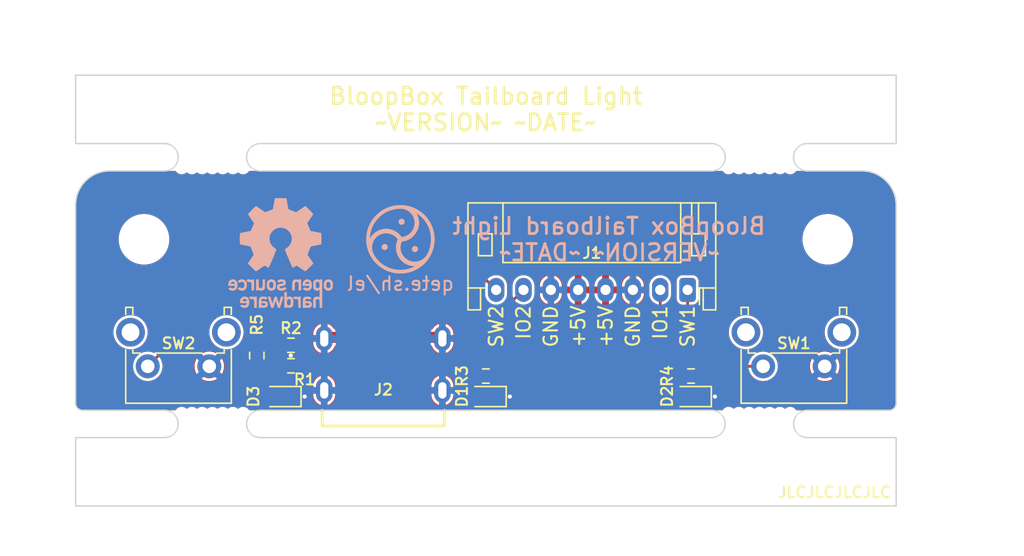
<source format=kicad_pcb>
(kicad_pcb (version 20240108) (generator "pcbnew") (generator_version "8.0")
  (title_block (title "BloopBox Tailboard Light") (date "${DATE}") (rev "${VERSION}") (company "Qetesh"))
  (layers (0 "F.Cu" signal) (31 "B.Cu" signal) (34 "B.Paste" user) (35 "F.Paste" user) (36 "B.SilkS" user "B.Silkscreen") (37 "F.SilkS" user "F.Silkscreen") (38 "B.Mask" user) (39 "F.Mask" user) (44 "Edge.Cuts" user))
  (property "DATE" "~DATE~")
  (property "VERSION" "~VERSION~")
  (net 0 "")
  (net 1 "/CC1")
  (net 2 "Net-(D1-A)")
  (net 3 "GND")
  (net 4 "/CC2")
  (net 5 "/Button1")
  (net 6 "/Button2")
  (net 7 "Net-(D2-A)")
  (net 8 "+5V")
  (net 9 "Net-(D3-A)")
  (net 10 "/IO1")
  (net 11 "/IO2")
  (footprint "LED_SMD:LED_0603_1608Metric" (layer "F.Cu") (at 130 89 180)
    (property "Reference" "D3" (at 2 0 90) (layer "F.SilkS") (effects (font (size 0.8 0.8))))
    (property "Value" "IO2")
    (pad "1" smd roundrect (at -0.7875 0 180) (size 0.875 0.95) (layers "F.Cu" "F.Paste" "F.Mask") (net 3 "GND"))
    (pad "2" smd roundrect (at 0.7875 0 180) (size 0.875 0.95) (layers "F.Cu" "F.Paste" "F.Mask") (net 9 "Net-(D3-A)"))
  )
  (footprint "Resistor_SMD:R_0603_1608Metric" (layer "F.Cu") (at 128.25 86 -90)
    (property "Reference" "R5" (at -2.25 0 -90) (layer "F.SilkS") (effects (font (size 0.8 0.8))))
    (property "Value" "680R")
    (pad "1" smd roundrect (at -0.825 0 270) (size 0.8 0.95) (layers "F.Cu" "F.Paste" "F.Mask") (net 11 "/IO2"))
    (pad "2" smd roundrect (at 0.825 0 270) (size 0.8 0.95) (layers "F.Cu" "F.Paste" "F.Mask") (net 9 "Net-(D3-A)"))
  )
  (footprint "Resistor_SMD:R_0603_1608Metric" (layer "F.Cu") (at 145 87.5 180)
    (property "Reference" "R3" (at 1.75 0 -90) (layer "F.SilkS") (effects (font (size 0.8 0.8))))
    (property "Value" "1k5")
    (pad "1" smd roundrect (at -0.825 0 180) (size 0.8 0.95) (layers "F.Cu" "F.Paste" "F.Mask") (net 8 "+5V"))
    (pad "2" smd roundrect (at 0.825 0 180) (size 0.8 0.95) (layers "F.Cu" "F.Paste" "F.Mask") (net 2 "Net-(D1-A)"))
  )
  (footprint "Resistor_SMD:R_0603_1608Metric" (layer "F.Cu") (at 130.75 86.75 180)
    (property "Reference" "R1" (at -1 -1 180) (layer "F.SilkS") (effects (font (size 0.8 0.8))))
    (property "Value" "5k1")
    (pad "1" smd roundrect (at -0.825 0 180) (size 0.8 0.95) (layers "F.Cu" "F.Paste" "F.Mask") (net 4 "/CC2"))
    (pad "2" smd roundrect (at 0.825 0 180) (size 0.8 0.95) (layers "F.Cu" "F.Paste" "F.Mask") (net 3 "GND"))
  )
  (footprint "Connector_JST:JST_PH_S8B-PH-K_1x08_P2.00mm_Horizontal" (layer "F.Cu") (at 159.75 81.2 180)
    (property "Reference" "J1" (at 7 2.7 180) (layer "F.SilkS") (effects (font (size 0.8 0.8))))
    (property "Value" "Mainboard")
    (pad "1" thru_hole roundrect (at 0 0 180) (size 1.2 1.75) (drill 0.75) (layers "*.Cu" "*.Mask") (roundrect_rratio 0.2083333333) (net 5 "/Button1"))
    (pad "2" thru_hole oval (at 2 0 180) (size 1.2 1.75) (drill 0.75) (layers "*.Cu" "*.Mask") (net 10 "/IO1"))
    (pad "3" thru_hole oval (at 4 0 180) (size 1.2 1.75) (drill 0.75) (layers "*.Cu" "*.Mask") (net 3 "GND"))
    (pad "4" thru_hole oval (at 6 0 180) (size 1.2 1.75) (drill 0.75) (layers "*.Cu" "*.Mask") (net 8 "+5V"))
    (pad "5" thru_hole oval (at 8 0 180) (size 1.2 1.75) (drill 0.75) (layers "*.Cu" "*.Mask") (net 8 "+5V"))
    (pad "6" thru_hole oval (at 10 0 180) (size 1.2 1.75) (drill 0.75) (layers "*.Cu" "*.Mask") (net 3 "GND"))
    (pad "7" thru_hole oval (at 12 0 180) (size 1.2 1.75) (drill 0.75) (layers "*.Cu" "*.Mask") (net 11 "/IO2"))
    (pad "8" thru_hole oval (at 14 0 180) (size 1.2 1.75) (drill 0.75) (layers "*.Cu" "*.Mask") (net 6 "/Button2"))
  )
  (footprint "LED_SMD:LED_0603_1608Metric" (layer "F.Cu") (at 145 89 180)
    (property "Reference" "D1" (at 1.75 0 90) (layer "F.SilkS") (effects (font (size 0.8 0.8))))
    (property "Value" "PWR")
    (pad "1" smd roundrect (at -0.7875 0 180) (size 0.875 0.95) (layers "F.Cu" "F.Paste" "F.Mask") (net 3 "GND"))
    (pad "2" smd roundrect (at 0.7875 0 180) (size 0.875 0.95) (layers "F.Cu" "F.Paste" "F.Mask") (net 2 "Net-(D1-A)"))
  )
  (footprint "My_Footprints:JLCPCB_Tooling_Hole" (layer "F.Cu") (at 172.5 94.5)
    (property "Reference" "REF**" (hide yes))
    (property "Value" "JLCPCB_Tooling_Hole")
    (pad "" np_thru_hole circle (at 0 0) (size 1.152 1.152) (drill 1.152) (layers "F&B.Cu" "*.Mask") (clearance 0.248))
  )
  (footprint "My_Footprints:JLCPCB_Tooling_Hole" (layer "F.Cu") (at 117.5 94.5)
    (property "Reference" "REF**" (hide yes))
    (property "Value" "JLCPCB_Tooling_Hole")
    (pad "" np_thru_hole circle (at 0 0) (size 1.152 1.152) (drill 1.152) (layers "F&B.Cu" "*.Mask") (clearance 0.248))
  )
  (footprint "Resistor_SMD:R_0603_1608Metric" (layer "F.Cu") (at 130.75 85.25 180)
    (property "Reference" "R2" (at 0 1.25 180) (layer "F.SilkS") (effects (font (size 0.8 0.8))))
    (property "Value" "5k1")
    (pad "1" smd roundrect (at -0.825 0 180) (size 0.8 0.95) (layers "F.Cu" "F.Paste" "F.Mask") (net 1 "/CC1"))
    (pad "2" smd roundrect (at 0.825 0 180) (size 0.8 0.95) (layers "F.Cu" "F.Paste" "F.Mask") (net 3 "GND"))
  )
  (footprint "Panelization:mouse-bite-2x5mm-slot-onesided" (layer "F.Cu") (at 165 91)
    (property "Reference" "mouse-bite-2mm-slot" (hide yes))
    (property "Value" "VAL**" (hide yes))
    (fp_arc (start -3.5 -1) (mid -2.5 0) (end -3.5 1) (stroke (width 0.1)) (layer "Edge.Cuts"))
    (fp_arc (start 3.5 1) (mid 2.5 0) (end 3.5 -1) (stroke (width 0.1)) (layer "Edge.Cuts"))
    (pad "" np_thru_hole circle (at -2.25 -0.75) (size 0.5 0.5) (drill 0.5) (layers "*.Cu" "*.Mask"))
    (pad "" np_thru_hole circle (at -1.5 -0.75) (size 0.5 0.5) (drill 0.5) (layers "*.Cu" "*.Mask"))
    (pad "" np_thru_hole circle (at -0.75 -0.75) (size 0.5 0.5) (drill 0.5) (layers "*.Cu" "*.Mask"))
    (pad "" np_thru_hole circle (at 0 -0.75) (size 0.5 0.5) (drill 0.5) (layers "*.Cu" "*.Mask"))
    (pad "" np_thru_hole circle (at 0.75 -0.75) (size 0.5 0.5) (drill 0.5) (layers "*.Cu" "*.Mask"))
    (pad "" np_thru_hole circle (at 1.5 -0.75) (size 0.5 0.5) (drill 0.5) (layers "*.Cu" "*.Mask"))
    (pad "" np_thru_hole circle (at 2.25 -0.75) (size 0.5 0.5) (drill 0.5) (layers "*.Cu" "*.Mask"))
  )
  (footprint "Resistor_SMD:R_0603_1608Metric" (layer "F.Cu") (at 160 87.5 180)
    (property "Reference" "R4" (at 1.75 0 -90) (layer "F.SilkS") (effects (font (size 0.8 0.8))))
    (property "Value" "680R")
    (pad "1" smd roundrect (at -0.825 0 180) (size 0.8 0.95) (layers "F.Cu" "F.Paste" "F.Mask") (net 10 "/IO1"))
    (pad "2" smd roundrect (at 0.825 0 180) (size 0.8 0.95) (layers "F.Cu" "F.Paste" "F.Mask") (net 7 "Net-(D2-A)"))
  )
  (footprint "Panelization:mouse-bite-2x5mm-slot-onesided" (layer "F.Cu") (at 165 71.5 180)
    (property "Reference" "mouse-bite-2mm-slot" (hide yes))
    (property "Value" "VAL**" (hide yes))
    (fp_arc (start 3.5 1) (mid 2.5 0) (end 3.5 -1) (stroke (width 0.1)) (layer "Edge.Cuts"))
    (fp_arc (start -3.5 -1) (mid -2.5 0) (end -3.5 1) (stroke (width 0.1)) (layer "Edge.Cuts"))
    (pad "" np_thru_hole circle (at -2.25 -0.75 180) (size 0.5 0.5) (drill 0.5) (layers "*.Cu" "*.Mask"))
    (pad "" np_thru_hole circle (at -1.5 -0.75 180) (size 0.5 0.5) (drill 0.5) (layers "*.Cu" "*.Mask"))
    (pad "" np_thru_hole circle (at -0.75 -0.75 180) (size 0.5 0.5) (drill 0.5) (layers "*.Cu" "*.Mask"))
    (pad "" np_thru_hole circle (at 0 -0.75 180) (size 0.5 0.5) (drill 0.5) (layers "*.Cu" "*.Mask"))
    (pad "" np_thru_hole circle (at 0.75 -0.75 180) (size 0.5 0.5) (drill 0.5) (layers "*.Cu" "*.Mask"))
    (pad "" np_thru_hole circle (at 1.5 -0.75 180) (size 0.5 0.5) (drill 0.5) (layers "*.Cu" "*.Mask"))
    (pad "" np_thru_hole circle (at 2.25 -0.75 180) (size 0.5 0.5) (drill 0.5) (layers "*.Cu" "*.Mask"))
  )
  (footprint "MountingHole:MountingHole_3.2mm_M3" (layer "F.Cu") (at 170 77.5)
    (property "Reference" "H2" (hide yes))
    (property "Value" "MountingHole")
    (pad "" np_thru_hole circle (at 0 0) (size 3.2 3.2) (drill 3.2) (layers "*.Cu" "*.Mask"))
  )
  (footprint "Panelization:mouse-bite-2x5mm-slot-onesided" (layer "F.Cu") (at 125 91)
    (property "Reference" "mouse-bite-2mm-slot" (hide yes))
    (property "Value" "VAL**" (hide yes))
    (fp_arc (start -3.5 -1) (mid -2.5 0) (end -3.5 1) (stroke (width 0.1)) (layer "Edge.Cuts"))
    (fp_arc (start 3.5 1) (mid 2.5 0) (end 3.5 -1) (stroke (width 0.1)) (layer "Edge.Cuts"))
    (pad "" np_thru_hole circle (at -2.25 -0.75) (size 0.5 0.5) (drill 0.5) (layers "*.Cu" "*.Mask"))
    (pad "" np_thru_hole circle (at -1.5 -0.75) (size 0.5 0.5) (drill 0.5) (layers "*.Cu" "*.Mask"))
    (pad "" np_thru_hole circle (at -0.75 -0.75) (size 0.5 0.5) (drill 0.5) (layers "*.Cu" "*.Mask"))
    (pad "" np_thru_hole circle (at 0 -0.75) (size 0.5 0.5) (drill 0.5) (layers "*.Cu" "*.Mask"))
    (pad "" np_thru_hole circle (at 0.75 -0.75) (size 0.5 0.5) (drill 0.5) (layers "*.Cu" "*.Mask"))
    (pad "" np_thru_hole circle (at 1.5 -0.75) (size 0.5 0.5) (drill 0.5) (layers "*.Cu" "*.Mask"))
    (pad "" np_thru_hole circle (at 2.25 -0.75) (size 0.5 0.5) (drill 0.5) (layers "*.Cu" "*.Mask"))
  )
  (footprint "USB4125-GF-A_REVA2:GCT_USB4125-GF-A_REVA2" (layer "F.Cu") (at 137.5 87.75)
    (property "Reference" "J2" (at 0 0.75 0) (layer "F.SilkS") (effects (font (size 0.8 0.8))))
    (property "Value" "USB_C_Receptacle_Power")
    (pad "A5" smd rect (at -0.5 -3.08) (size 0.7 1.2) (layers "F.Cu" "F.Paste" "F.Mask") (net 1 "/CC1"))
    (pad "A9" smd rect (at 1.52 -3.08) (size 0.76 1.2) (layers "F.Cu" "F.Paste" "F.Mask") (net 8 "+5V"))
    (pad "A12" smd rect (at 2.75 -3.08) (size 0.8 1.2) (layers "F.Cu" "F.Paste" "F.Mask") (net 3 "GND"))
    (pad "B5" smd rect (at 0.5 -3.08) (size 0.7 1.2) (layers "F.Cu" "F.Paste" "F.Mask") (net 4 "/CC2"))
    (pad "B9" smd rect (at -1.52 -3.08) (size 0.76 1.2) (layers "F.Cu" "F.Paste" "F.Mask") (net 8 "+5V"))
    (pad "B12" smd rect (at -2.75 -3.08) (size 0.8 1.2) (layers "F.Cu" "F.Paste" "F.Mask") (net 3 "GND"))
    (pad "S1" thru_hole oval (at -4.32 -3) (size 1.2 1.8) (drill oval 0.6 1.2) (layers "*.Cu" "*.Mask") (net 3 "GND"))
    (pad "S1" thru_hole oval (at -4.32 0.8) (size 1.2 1.8) (drill oval 0.6 1.2) (layers "*.Cu" "*.Mask") (net 3 "GND"))
    (pad "S1" thru_hole oval (at 4.32 -3) (size 1.2 1.8) (drill oval 0.6 1.2) (layers "*.Cu" "*.Mask") (net 3 "GND"))
    (pad "S1" thru_hole oval (at 4.32 0.8) (size 1.2 1.8) (drill oval 0.6 1.2) (layers "*.Cu" "*.Mask") (net 3 "GND"))
  )
  (footprint "LED_SMD:LED_0603_1608Metric" (layer "F.Cu") (at 160 89 180)
    (property "Reference" "D2" (at 1.75 0 90) (layer "F.SilkS") (effects (font (size 0.8 0.8))))
    (property "Value" "IO1")
    (pad "1" smd roundrect (at -0.7875 0 180) (size 0.875 0.95) (layers "F.Cu" "F.Paste" "F.Mask") (net 3 "GND"))
    (pad "2" smd roundrect (at 0.7875 0 180) (size 0.875 0.95) (layers "F.Cu" "F.Paste" "F.Mask") (net 7 "Net-(D2-A)"))
  )
  (footprint "My_Footprints:JLCPCB_Tooling_Hole" (layer "F.Cu") (at 172.5 68)
    (property "Reference" "REF**" (hide yes))
    (property "Value" "JLCPCB_Tooling_Hole")
    (pad "" np_thru_hole circle (at 0 0) (size 1.152 1.152) (drill 1.152) (layers "F&B.Cu" "*.Mask") (clearance 0.248))
  )
  (footprint "Button_Switch_THT:SW_Tactile_SPST_Angled_PTS645Vx83-2LFS" (layer "F.Cu") (at 124.775 86.7875 180)
    (property "Reference" "SW2" (at 2.25 1.68 0) (layer "F.SilkS") (effects (font (size 0.8 0.8))))
    (property "Value" "Button2")
    (pad "" thru_hole circle (at -1.25 2.49 180) (size 2.1 2.1) (drill 1.3) (layers "*.Cu" "*.Mask"))
    (pad "" thru_hole circle (at 5.76 2.49 180) (size 2.1 2.1) (drill 1.3) (layers "*.Cu" "*.Mask"))
    (pad "1" thru_hole circle (at 0 0 180) (size 1.75 1.75) (drill 0.99) (layers "*.Cu" "*.Mask") (net 3 "GND"))
    (pad "2" thru_hole circle (at 4.5 0 180) (size 1.75 1.75) (drill 0.99) (layers "*.Cu" "*.Mask") (net 6 "/Button2"))
  )
  (footprint "My_Footprints:JLCPCB_Tooling_Hole" (layer "F.Cu") (at 117.5 68)
    (property "Reference" "REF**" (hide yes))
    (property "Value" "JLCPCB_Tooling_Hole")
    (pad "" np_thru_hole circle (at 0 0) (size 1.152 1.152) (drill 1.152) (layers "F&B.Cu" "*.Mask") (clearance 0.248))
  )
  (footprint "Panelization:mouse-bite-2x5mm-slot-onesided" (layer "F.Cu") (at 125 71.5 180)
    (property "Reference" "mouse-bite-2mm-slot" (hide yes))
    (property "Value" "VAL**" (hide yes))
    (fp_arc (start 3.5 1) (mid 2.5 0) (end 3.5 -1) (stroke (width 0.1)) (layer "Edge.Cuts"))
    (fp_arc (start -3.5 -1) (mid -2.5 0) (end -3.5 1) (stroke (width 0.1)) (layer "Edge.Cuts"))
    (pad "" np_thru_hole circle (at -2.25 -0.75 180) (size 0.5 0.5) (drill 0.5) (layers "*.Cu" "*.Mask"))
    (pad "" np_thru_hole circle (at -1.5 -0.75 180) (size 0.5 0.5) (drill 0.5) (layers "*.Cu" "*.Mask"))
    (pad "" np_thru_hole circle (at -0.75 -0.75 180) (size 0.5 0.5) (drill 0.5) (layers "*.Cu" "*.Mask"))
    (pad "" np_thru_hole circle (at 0 -0.75 180) (size 0.5 0.5) (drill 0.5) (layers "*.Cu" "*.Mask"))
    (pad "" np_thru_hole circle (at 0.75 -0.75 180) (size 0.5 0.5) (drill 0.5) (layers "*.Cu" "*.Mask"))
    (pad "" np_thru_hole circle (at 1.5 -0.75 180) (size 0.5 0.5) (drill 0.5) (layers "*.Cu" "*.Mask"))
    (pad "" np_thru_hole circle (at 2.25 -0.75 180) (size 0.5 0.5) (drill 0.5) (layers "*.Cu" "*.Mask"))
  )
  (footprint "MountingHole:MountingHole_3.2mm_M3" (layer "F.Cu") (at 120 77.5)
    (property "Reference" "H1" (hide yes))
    (property "Value" "MountingHole")
    (pad "" np_thru_hole circle (at 0 0) (size 3.2 3.2) (drill 3.2) (layers "*.Cu" "*.Mask"))
  )
  (footprint "Button_Switch_THT:SW_Tactile_SPST_Angled_PTS645Vx83-2LFS" (layer "F.Cu") (at 169.775 86.7875 180)
    (property "Reference" "SW1" (at 2.25 1.68 0) (layer "F.SilkS") (effects (font (size 0.8 0.8))))
    (property "Value" "Button1")
    (pad "" thru_hole circle (at -1.25 2.49 180) (size 2.1 2.1) (drill 1.3) (layers "*.Cu" "*.Mask"))
    (pad "" thru_hole circle (at 5.76 2.49 180) (size 2.1 2.1) (drill 1.3) (layers "*.Cu" "*.Mask"))
    (pad "1" thru_hole circle (at 0 0 180) (size 1.75 1.75) (drill 0.99) (layers "*.Cu" "*.Mask") (net 3 "GND"))
    (pad "2" thru_hole circle (at 4.5 0 180) (size 1.75 1.75) (drill 0.99) (layers "*.Cu" "*.Mask") (net 5 "/Button1"))
  )
  (footprint "My_Footprints:CutieMark5mmInverted" (layer "B.Cu") (at 138.75 77.5 180)
    (property "Reference" "G***" (hide yes))
    (property "Value" "LOGO" (hide yes))
  )
  (footprint "Symbol:OSHW-Logo_7.5x8mm_SilkScreen" (layer "B.Cu") (at 130 78.5 180)
    (property "Reference" "REF**" (hide yes))
    (property "Value" "OSHW-Logo_7.5x8mm_SilkScreen" (hide yes))
  )
  (gr_line (start 115 65.5) (end 175 65.5) (stroke (width 0.1)) (layer "Edge.Cuts"))
  (gr_line (start 161.5 90) (end 128.5 90) (stroke (width 0.1)) (layer "Edge.Cuts"))
  (gr_line (start 121.5 72.5) (end 117.5 72.5) (stroke (width 0.1)) (layer "Edge.Cuts"))
  (gr_line (start 168.5 92) (end 175 92) (stroke (width 0.1)) (layer "Edge.Cuts"))
  (gr_line (start 161.5 70.5) (end 128.5 70.5) (stroke (width 0.1)) (layer "Edge.Cuts"))
  (gr_line (start 115 70.5) (end 115 65.5) (stroke (width 0.1)) (layer "Edge.Cuts"))
  (gr_line (start 128.5 92) (end 161.5 92) (stroke (width 0.1)) (layer "Edge.Cuts"))
  (gr_line (start 128.5 72.5) (end 161.5 72.5) (stroke (width 0.1)) (layer "Edge.Cuts"))
  (gr_line (start 168.5 72.5) (end 172.5 72.5) (stroke (width 0.1)) (layer "Edge.Cuts"))
  (gr_arc (start 115 75) (mid 115.732233 73.232233) (end 117.5 72.5) (stroke (width 0.1)) (layer "Edge.Cuts"))
  (gr_arc (start 175 89.5) (mid 174.853553 89.853553) (end 174.5 90) (stroke (width 0.1)) (layer "Edge.Cuts"))
  (gr_line (start 175 75) (end 175 89.5) (stroke (width 0.1)) (layer "Edge.Cuts"))
  (gr_line (start 115 75) (end 115 89.5) (stroke (width 0.1)) (layer "Edge.Cuts"))
  (gr_line (start 115 92) (end 121.5 92) (stroke (width 0.1)) (layer "Edge.Cuts"))
  (gr_line (start 175 65.5) (end 175 70.5) (stroke (width 0.1)) (layer "Edge.Cuts"))
  (gr_arc (start 115.5 90) (mid 115.146447 89.853553) (end 115 89.5) (stroke (width 0.1)) (layer "Edge.Cuts"))
  (gr_arc (start 172.5 72.5) (mid 174.267767 73.232233) (end 175 75) (stroke (width 0.1)) (layer "Edge.Cuts"))
  (gr_line (start 121.5 90) (end 115.5 90) (stroke (width 0.1)) (layer "Edge.Cuts"))
  (gr_line (start 115 97) (end 115 92) (stroke (width 0.1)) (layer "Edge.Cuts"))
  (gr_line (start 168.5 90) (end 174.5 90) (stroke (width 0.1)) (layer "Edge.Cuts"))
  (gr_line (start 175 92) (end 175 97) (stroke (width 0.1)) (layer "Edge.Cuts"))
  (gr_line (start 121.5 70.5) (end 115 70.5) (stroke (width 0.1)) (layer "Edge.Cuts"))
  (gr_line (start 175 70.5) (end 168.5 70.5) (stroke (width 0.1)) (layer "Edge.Cuts"))
  (gr_line (start 175 97) (end 115 97) (stroke (width 0.1)) (layer "Edge.Cuts"))
  (gr_text "qete.sh/el" (at 138.75 80.75 0) (layer "B.SilkS") (effects (font (size 1 1)) (justify mirror)))
  (gr_text "${TITLE}\n${VERSION} ${DATE}" (at 154 77.5 0) (layer "B.SilkS") (effects (font (size 1.2 1.2) (thickness 0.2)) (justify mirror)))
  (gr_text "IO1" (at 157.75 82.25 90) (layer "F.SilkS") (effects (font (size 1 1)) (justify right)))
  (gr_text "IO2" (at 147.75 82.25 90) (layer "F.SilkS") (effects (font (size 1 1)) (justify right)))
  (gr_text "GND" (at 155.75 82.25 90) (layer "F.SilkS") (effects (font (size 1 1)) (justify right)))
  (gr_text "SW1" (at 159.75 82.25 90) (layer "F.SilkS") (effects (font (size 1 1)) (justify right)))
  (gr_text "JLCJLCJLCJLC" (at 170.5 96 0) (layer "F.SilkS") (effects (font (size 0.8 0.8))))
  (gr_text "GND" (at 149.75 82.25 90) (layer "F.SilkS") (effects (font (size 1 1)) (justify right)))
  (gr_text "+5V" (at 151.75 82.25 90) (layer "F.SilkS") (effects (font (size 1 1)) (justify right)))
  (gr_text "SW2" (at 145.75 82.25 90) (layer "F.SilkS") (effects (font (size 1 1)) (justify right)))
  (gr_text "+5V" (at 153.75 82.25 90) (layer "F.SilkS") (effects (font (size 1 1)) (justify right)))
  (gr_text "${TITLE}\n${VERSION} ${DATE}" (at 145 68 0) (layer "F.SilkS") (effects (font (size 1.2 1.2) (thickness 0.2))))
  (segment (start 132.575 86.25) (end 136.22 86.25) (width 0.2) (layer "F.Cu") (net 1))
  (segment (start 137 85.47) (end 137 84.67) (width 0.2) (layer "F.Cu") (net 1))
  (segment (start 131.575 85.25) (end 132.575 86.25) (width 0.2) (layer "F.Cu") (net 1))
  (segment (start 136.22 86.25) (end 137 85.47) (width 0.2) (layer "F.Cu") (net 1))
  (segment (start 144.2125 87.5375) (end 144.175 87.5) (width 0.2) (layer "F.Cu") (net 2))
  (segment (start 144.2125 89) (end 144.2125 87.5375) (width 0.2) (layer "F.Cu") (net 2))
  (segment (start 145.7875 89) (end 146.75 89) (width 0.2) (layer "F.Cu") (net 3))
  (segment (start 160.7875 89) (end 161.75 89) (width 0.2) (layer "F.Cu") (net 3))
  (segment (start 129.925 86.75) (end 129.98258 86.75) (width 0.2) (layer "F.Cu") (net 3))
  (segment (start 133.26 84.67) (end 133.18 84.75) (width 0.25) (layer "F.Cu") (net 3))
  (segment (start 129.925 85.25) (end 129.97744 85.25) (width 0.2) (layer "F.Cu") (net 3))
  (segment (start 140.25 84.67) (end 141.74 84.67) (width 0.8) (layer "F.Cu") (net 3))
  (segment (start 129.97744 85.25) (end 130.73001 86.00257) (width 0.2) (layer "F.Cu") (net 3))
  (segment (start 130.7875 89) (end 131.75 89) (width 0.2) (layer "F.Cu") (net 3))
  (segment (start 129.98258 86.75) (end 130.73001 86.00257) (width 0.2) (layer "F.Cu") (net 3))
  (segment (start 134.75 84.67) (end 133.26 84.67) (width 0.8) (layer "F.Cu") (net 3))
  (segment (start 141.74 84.67) (end 141.82 84.75) (width 0.25) (layer "F.Cu") (net 3))
  (via (at 131.75 89) (size 0.5) (drill 0.3) (layers "F.Cu" "B.Cu") (net 3))
  (via (at 161.75 89) (size 0.5) (drill 0.3) (layers "F.Cu" "B.Cu") (net 3))
  (via (at 146.75 89) (size 0.5) (drill 0.3) (layers "F.Cu" "B.Cu") (net 3))
  (via (at 130.73001 86.00257) (size 0.5) (drill 0.3) (layers "F.Cu" "B.Cu") (net 3))
  (segment (start 131.51 86.75) (end 136.72 86.75) (width 0.2) (layer "F.Cu") (net 4))
  (segment (start 136.72 86.75) (end 138 85.47) (width 0.2) (layer "F.Cu") (net 4))
  (segment (start 138 85.47) (end 138 84.67) (width 0.2) (layer "F.Cu") (net 4))
  (segment (start 164.037564 86.7875) (end 159.75 82.499936) (width 0.2) (layer "F.Cu") (net 5))
  (segment (start 165.275 86.7875) (end 164.037564 86.7875) (width 0.2) (layer "F.Cu") (net 5))
  (segment (start 159.75 82.499936) (end 159.75 81.2) (width 0.2) (layer "F.Cu") (net 5))
  (segment (start 144.8 80.25) (end 126.8125 80.25) (width 0.2) (layer "F.Cu") (net 6))
  (segment (start 145.75 81.2) (end 144.8 80.25) (width 0.2) (layer "F.Cu") (net 6))
  (segment (start 126.8125 80.25) (end 120.275 86.7875) (width 0.2) (layer "F.Cu") (net 6))
  (segment (start 159.2125 87.5375) (end 159.175 87.5) (width 0.2) (layer "F.Cu") (net 7))
  (segment (start 159.2125 89) (end 159.2125 87.5375) (width 0.2) (layer "F.Cu") (net 7))
  (segment (start 128.25 86.825) (end 128.25 88.0375) (width 0.2) (layer "F.Cu") (net 9))
  (segment (start 128.25 88.0375) (end 129.2125 89) (width 0.2) (layer "F.Cu") (net 9))
  (segment (start 157.75 81.2) (end 157.75 84.425) (width 0.2) (layer "F.Cu") (net 10))
  (segment (start 157.75 84.425) (end 160.825 87.5) (width 0.2) (layer "F.Cu") (net 10))
  (segment (start 147.75 81.2) (end 146.387821 82.562179) (width 0.2) (layer "F.Cu") (net 11))
  (segment (start 130.45 80.65) (end 128.25 82.85) (width 0.2) (layer "F.Cu") (net 11))
  (segment (start 145.462179 82.562179) (end 143.55 80.65) (width 0.2) (layer "F.Cu") (net 11))
  (segment (start 146.387821 82.562179) (end 145.462179 82.562179) (width 0.2) (layer "F.Cu") (net 11))
  (segment (start 143.55 80.65) (end 130.45 80.65) (width 0.2) (layer "F.Cu") (net 11))
  (segment (start 128.25 82.85) (end 128.25 85.175) (width 0.2) (layer "F.Cu") (net 11))
  (zone (net 8) (net_name "+5V") (layer "F.Cu") (connect_pads (clearance 0.2)) (min_thickness 0.127) (fill yes (thermal_gap 0.25) (thermal_bridge_width 0.5))
    (polygon (pts (xy 175 90) (xy 115 90) (xy 115 72.5) (xy 175 72.5)))
  )
  (zone (net 3) (net_name "GND") (layer "B.Cu") (connect_pads (clearance 0.2)) (min_thickness 0.127) (fill yes (thermal_gap 0.25) (thermal_bridge_width 0.5))
    (polygon (pts (xy 175 90) (xy 115 90) (xy 115 72.5) (xy 175 72.5)))
  )
)
</source>
